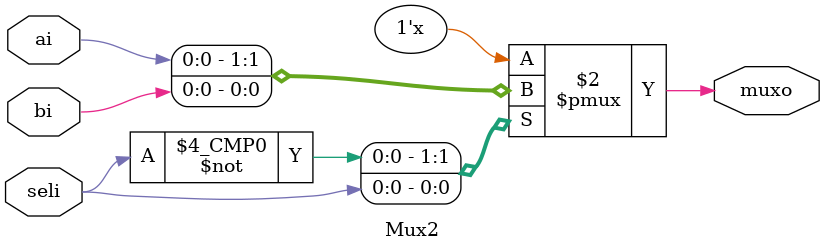
<source format=sv>
`timescale 1ns / 1ps


module Mux2#(parameter WIDTH = 1)
    (input [WIDTH-1:0]  ai,bi,
     input         seli,
     output logic [WIDTH-1:0]muxo
    );
    
    always_comb
    begin
        case(seli)
            0:muxo = ai;
            1:muxo = bi;
            default:muxo = 0;
        endcase
    end
endmodule

</source>
